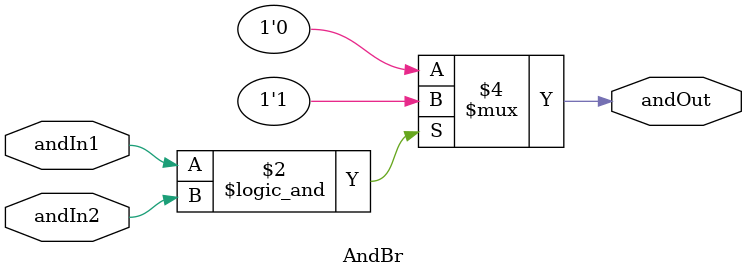
<source format=v>
module DataPath(
    input CLK,
    output [31:0] DS
);

//Cables
wire [31:0] instruction;

wire cDemux, cWe, cRe, cZf, cBRWe, cBranch, cRegDst, cAddPcMuxo, cAluSrc;
wire [2:0] cALU_op;
wire cData_Out;
wire [3:0] C4_Sel;
wire [31:0] C1_RD1, C2_RD2, C3_AluRes, cDW, CS, cAluMux;

wire clock;
wire [31:0] pcIn, pcOut, sumOut, istruction, cSignex, cAddMuxo, cAddPc, cShiftAdd;

wire [4:0] BancMuxOut;

//Instancias

PC pc(.clk(CLK), .dirIn(cAddPc), .dirOut(pcOut));
Alud sum(.dir(pcOut), .dirOut(sumOut));
Memory mem(.dir(pcOut), .instructionOut(instruction));

SignExtend Signex(
    .signIn(instruction[15:0]),
    //output
    .signOut(cSignex)
);

AddAR ALuAdd(
    .addIn1(sumOut),
    .addIn2(cShiftAdd),
    //output
    .addOut(cAddMuxo)
);

Mux AddPCMuxo(
    .dmx(cAddPcMuxo),
    .data1In(sumOut),
    .data2In(cAddMuxo),
    //output
    .dataOut(cAddPc)
);

AndBr cand(
    .andIn1(cBranch),
    .andIn2(cZf),
    //output
    .andOut(cAddPcMuxo)
);

ShifLeft SL(
    .shiftIn(cSignex),
    .shiftOut(cShiftAdd)
);

//
Controller Control(//Inputs
    .Op(instruction[31:26]), 
    //Ouputs
    .Demuxo(cDemux), 
    .WeMD(cWe), 
    .ReMD(cRe),
    .BRWe(cBRWe),
    .ALU_op(cALU_op),
    .regDst(cRegDst),
    .Branch(cBranch),
    .aluSrc(cAluSrc)
);

Alu_Control AluController(
    .funct(instruction[5:0]),
    .ALUop(cALU_op),
    //Output:
    .sel(C4_Sel)
);

MuxBanc BancMux(
    .dmx(cRegDst),
    .data1In(instruction[20:16]),
    .data2In(instruction[15:11]),
    //output
    .dataOut(BancMuxOut)
);

BancRegister Banco( //Inputs
    .RA1(instruction[25:21]), 
    .RA2(instruction[20:16]), 
    .WA(BancMuxOut),
    .DW(cDW),
    .WE(cBRWe),
    .CLK(CLK),
    //Outputs
    .data1Out(C1_RD1), 
    .data2Out(C2_RD2)
);

Mux Muxalu (
    .dmx(cAluSrc),
    .data1In(C2_RD2),
    .data2In(cSignex),
    //output:
    .dataOut(cAluMux)
);

ALU Alulu(
    .A(C1_RD1),
    .B(cAluMux),
    .ALU_OP(C4_Sel),
    //Ouputs 
    .R(C3_AluRes),
    .Zero_Flag(cZf)
);

MemoryData MemData(
    .WEn(cWe),
    .REn(cRe),
    .dataIn(C2_RD2),
    .addres(C3_AluRes),
    .CLK(CLK),
    //Output
    .dataOut(CS)
);

Demuxo Demux(
    .dmx(cDemux),
    .dataAluIn(C3_AluRes),
    .dataMemIn(CS),
    //OutPut:
    .dataOut(cDW)
);

assign DS = cDW;

endmodule

//Controlador
module Controller(
    input [5:0] Op,
    output reg Demuxo, WeMD, ReMD, BRWe, regDst, Branch, aluSrc,
    output reg [2:0] ALU_op
);

always @(*) begin
    case (Op)
        6'b000000: begin   // R     
            ALU_op = 3'b010;
            Demuxo = 1'b1;
            BRWe = 1'b1;   
            WeMD = 1'b0;   
            ReMD = 1'b0;
            regDst = 1'b1;
            Branch = 1'b0;
            aluSrc = 1'b0;
        end

        6'b000100: begin  //  BEQ
            ALU_op = 3'b001;
            Demuxo = 1'b0;
            BRWe = 1'b0;   
            WeMD = 1'b0;   
            ReMD = 1'b0;
            regDst = 1'b0;
            Branch = 1'b1;
            aluSrc = 1'b0;
        end

        //  6'b000010: begin  //     
        //     ALU_op = 3'b010;
        //     Demuxo = 1'b1;
        //     BRWe = 1'b1;   
        //     WeMD = 1'b1;   
        //     ReMD = 1'b1;
        //     regDst = 1'b1;
        //     Branch = 1'b1;
        //     aluSrc = 1'b0;
        // end

        // 6'b101011: begin  // SW     
        //     ALU_op = 3'b000;
        //     Demuxo = 1'b0;
        //     BRWe = 1'b0;
        //     WeMD = 1'b1;   
        //     ReMD = 1'b0;
        //     regDst = 1'b0;
        //     Branch = 1'b0;
        //     aluSrc = 1'b1;
        // end
        
        //  6'b100011: begin  // LW  
        //     ALU_op = 3'b000;
        //     Demuxo = 1'b0;
        //     BRWe = 1'b1;   
        //     WeMD = 1'b0;   
        //     ReMD = 1'b1;
        //     regDst = 1'b0;
        //     Branch = 1'b0;
        //     aluSrc = 1'b1;
        // end

       6'b001101: begin  // ORI 
            ALU_op = 3'b100;
            Demuxo = 1'b1;
            BRWe = 1'b1;   
            WeMD = 1'b0;   
            ReMD = 1'b0;
            regDst = 1'b0;
            Branch = 1'b0;
            aluSrc = 1'b1;
        end
        
        6'b001000: begin  // ADDI 
            ALU_op = 3'b010;  // Suma
            Demuxo = 1'b1;
            BRWe = 1'b1;
            WeMD = 1'b0;
            ReMD = 1'b0;
            regDst = 1'b0;
            Branch = 1'b0;
            aluSrc = 1'b1;
        end

        6'b001100: begin  // ANDI 
            ALU_op = 3'b101;
            Demuxo = 1'b1;
            BRWe = 1'b1;
            WeMD = 1'b0;
            ReMD = 1'b0;
            regDst = 1'b0;
            Branch = 1'b0;
            aluSrc = 1'b1;
        end

        6'b101011: begin  // SW 
            ALU_op = 3'b010; 
            Demuxo = 1'bx;
            BRWe = 1'b0;
            WeMD = 1'b1;
            ReMD = 1'b0;
            regDst = 1'bx;
            Branch = 1'b0;
            aluSrc = 1'b1;
        end

        6'b100011: begin  // LW 
            ALU_op = 3'b010;  
            Demuxo = 1'b0;
            BRWe = 1'b1;
            WeMD = 1'b0;
            ReMD = 1'b1;
            regDst = 1'b0;
            Branch = 1'b0;
            aluSrc = 1'b1;
        end

        6'b001010: begin // SLTI
            ALU_op = 3'b011;  
            regDst = 0;
            Demuxo = 1;
            BRWe = 1;
            ReMD = 0;
            WeMD = 0;
            Branch = 0;
            aluSrc = 1;
        end

        default: begin
            ALU_op = 3'b000;
            Demuxo = 1'b0;
            BRWe = 1'b0;
            WeMD = 1'b0;
            ReMD = 1'b0;
            regDst = 1'b0;
            Branch = 1'b0;
            aluSrc = 1'b0;
        end

    endcase
end
endmodule

//### ALU CONTROL
module Alu_Control(
    input [5:0] funct,
    input [2:0] ALUop,
    output reg [3:0] sel
);

always @(*) begin
    case (ALUop)
        3'b000:
            sel = 4'b0010;
        3'b001:
            sel = 4'b0110;
        3'b010:
            case (funct) 
            6'b100000: sel = 4'b0010;
            6'b100010: sel = 4'b0110;
            6'b100100: sel = 4'b0000;
            6'b100101: sel = 4'b0001;
            6'b101010: sel = 4'b0111;
            default:   sel = 4'b0010;
            endcase
        3'b011: sel = 4'b0111; // SLT
        3'b100: sel = 4'b0001; // OR
        3'b101: sel = 4'b0000; // AND
    endcase
end
endmodule

//Banco de Registros
module BancRegister( 
    input [4:0] RA1, RA2, WA,
    input [31:0] DW,
    input WE,
    input CLK,
    output reg [31:0] data1Out, data2Out
);

reg [31:0] mem [0:31];

initial begin
    $readmemb("data", mem);
end

always @(posedge CLK) begin
    if(WE) begin
        mem[WA] <= DW;
    end
end

always @(*) begin
    data1Out = mem[RA1];
    data2Out = mem[RA2];
end
endmodule

module Mux(
    input dmx,
    input [31:0] data1In, data2In,
    output reg [31:0] dataOut 
);

always @(*) begin
    case (dmx)
        1'b0: dataOut = data1In;               
        1'b1: dataOut = data2In;        
    endcase
end
endmodule

module MuxBanc(
    input dmx,
    input [4:0] data1In, data2In,
    output reg [4:0] dataOut   
);

always @(*) begin
    case (dmx)
        1'b0: dataOut = data1In;               
        1'b1: dataOut = data2In;        
    endcase
end
endmodule

//Demultiplexor Mem / Alu => Registers
module Demuxo(
    input dmx,
    input [31:0] dataAluIn, dataMemIn,
    output reg [31:0] dataOut //outAlu, outMem    
);

always @(*) begin
    case (dmx)
        1'b0: dataOut = dataMemIn;               
        1'b1: dataOut = dataAluIn;        
    endcase
end
endmodule

//Memoria de Datos
module MemoryData(
    input WEn, REn,
    input [31:0] dataIn, 
    input [31:0] addres,
    input CLK,
    output reg [31:0] dataOut
);

reg [31:0] mem [0:127];

always @(posedge CLK) begin
    if(WEn) begin
        mem[addres] <= dataIn;
    end
end

always @(*) begin
    if(REn) begin
        dataOut = mem[addres];
    end else begin
        dataOut = 32'b0;
    end
end
endmodule

//Alu
module ALU (
    input [31:0] A,
    input [31:0] B,
    input [3:0] ALU_OP,
    output reg [31:0] R,
    output reg Zero_Flag
);

always @(*) begin
    case (ALU_OP)
        4'b0000: R = A & B;        
        4'b0001: R = A | B;        
        4'b0010: R = A + B;       
        4'b0110: R = A - B;        
        4'b0111: R = (A < B) ? 32'd1 : 32'd0;
        4'b1100: R = ~(A | B);        
        default: R = A;      
    endcase
    
    Zero_Flag = (R == 32'd0) ? 1'b1 : 1'b0;
end

endmodule

// ########################
// FETCH CICLE MODULES #######################

//Direccionaor
module PC (
    input clk,
    input [31:0] dirIn,
    output reg [31:0] dirOut
);
initial begin
    dirOut = 32'b0;
end
always @(posedge clk) begin
    dirOut <= dirIn;
end
endmodule

//Sumador de direcciones
module Alud(
    input [31:0] dir,
    output reg [31:0] dirOut 
);

always @(*) begin
    dirOut = dir + 4;
end
endmodule

//Memoria
module Memory(
    input [31:0] dir,
    output reg [31:0] instructionOut
);

reg [7:0] insmem [0:1023];

initial begin
    $readmemb("insmem", insmem);
end

always @ (*) begin
    instructionOut = {insmem[dir], insmem[dir+1], insmem[dir+2], insmem[dir+3]};
end
endmodule

// ###################
module SignExtend (
    input [15:0] signIn,
    output reg [31:0] signOut
);

always @ (*) begin
    signOut = {{16{signIn[15]}}, signIn};
end
endmodule

//
module ShifLeft(
    input [31:0] shiftIn,
    output reg [31:0] shiftOut
);

always @ (*) begin
    shiftOut = shiftIn << 2;
end
endmodule

//
module AddAR(
    input [31:0] addIn1, addIn2,
    output reg [31:0] addOut
);

always @(*) begin
    addOut = addIn1 + addIn2;
end
endmodule

module AndBr(
    input andIn1, andIn2,
    output reg andOut
);

always @ (*) begin
    if(andIn1 && andIn2) begin
        andOut = 1'b1;
    end else begin
         andOut = 1'b0;
    end
end
endmodule
</source>
